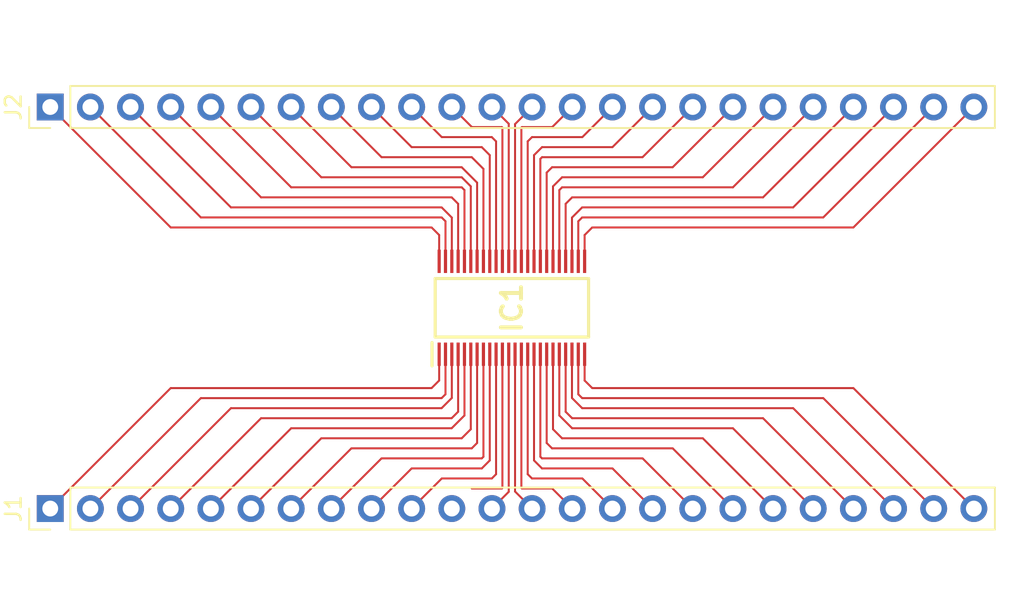
<source format=kicad_pcb>
(kicad_pcb (version 20211014) (generator pcbnew)
  (layers (0 "F.Cu" signal) (31 "B.Cu" signal) (34 "B.Paste" user) (35 "F.Paste" user) (36 "B.SilkS" user "B.Silkscreen") (37 "F.SilkS" user "F.Silkscreen") (38 "B.Mask" user) (39 "F.Mask" user) (44 "Edge.Cuts" user))
  (net 0 "")
  (net 1 "Net-(IC1-Pad1)")
  (net 2 "Net-(IC1-Pad2)")
  (net 3 "Net-(IC1-Pad3)")
  (net 4 "Net-(IC1-Pad4)")
  (net 5 "Net-(IC1-Pad5)")
  (net 6 "Net-(IC1-Pad6)")
  (net 7 "Net-(IC1-Pad7)")
  (net 8 "Net-(IC1-Pad8)")
  (net 9 "Net-(IC1-Pad9)")
  (net 10 "Net-(IC1-Pad10)")
  (net 11 "Net-(IC1-Pad11)")
  (net 12 "Net-(IC1-Pad12)")
  (net 13 "Net-(IC1-Pad13)")
  (net 14 "Net-(IC1-Pad14)")
  (net 15 "Net-(IC1-Pad15)")
  (net 16 "Net-(IC1-Pad16)")
  (net 17 "Net-(IC1-Pad17)")
  (net 18 "Net-(IC1-Pad18)")
  (net 19 "Net-(IC1-Pad19)")
  (net 20 "Net-(IC1-Pad20)")
  (net 21 "Net-(IC1-Pad21)")
  (net 22 "Net-(IC1-Pad22)")
  (net 23 "Net-(IC1-Pad23)")
  (net 24 "Net-(IC1-Pad24)")
  (net 25 "Net-(IC1-Pad25)")
  (net 26 "Net-(IC1-Pad26)")
  (net 27 "Net-(IC1-Pad27)")
  (net 28 "Net-(IC1-Pad28)")
  (net 29 "Net-(IC1-Pad29)")
  (net 30 "Net-(IC1-Pad30)")
  (net 31 "Net-(IC1-Pad31)")
  (net 32 "Net-(IC1-Pad32)")
  (net 33 "Net-(IC1-Pad33)")
  (net 34 "Net-(IC1-Pad34)")
  (net 35 "Net-(IC1-Pad35)")
  (net 36 "Net-(IC1-Pad36)")
  (net 37 "Net-(IC1-Pad37)")
  (net 38 "Net-(IC1-Pad38)")
  (net 39 "Net-(IC1-Pad39)")
  (net 40 "Net-(IC1-Pad40)")
  (net 41 "Net-(IC1-Pad41)")
  (net 42 "Net-(IC1-Pad42)")
  (net 43 "Net-(IC1-Pad43)")
  (net 44 "Net-(IC1-Pad44)")
  (net 45 "Net-(IC1-Pad45)")
  (net 46 "Net-(IC1-Pad46)")
  (net 47 "Net-(IC1-Pad47)")
  (net 48 "Net-(IC1-Pad48)")
  (footprint "Connector_PinHeader_2.54mm:PinHeader_1x24_P2.54mm_Vertical" (layer "F.Cu") (at 123.2 114.3 90)
    (fp_text reference "J1" (at 0 -2.33 90) (layer "F.SilkS"))
    (fp_text value "Conn_01x24_Male")
    (fp_line (start 1.33 1.27) (end 1.33 59.75) (layer "F.SilkS") (width 0.12))
    (fp_line (start -1.33 1.27) (end -1.33 59.75) (layer "F.SilkS") (width 0.12))
    (fp_line (start -1.33 59.75) (end 1.33 59.75) (layer "F.SilkS") (width 0.12))
    (fp_line (start -1.33 1.27) (end 1.33 1.27) (layer "F.SilkS") (width 0.12))
    (fp_line (start -1.33 -1.33) (end 0 -1.33) (layer "F.SilkS") (width 0.12))
    (fp_line (start -1.33 0) (end -1.33 -1.33) (layer "F.SilkS") (width 0.12))
    (pad "1" thru_hole rect (at 0 0 90) (size 1.7 1.7) (drill 1) (layers *.Cu *.Mask) (net 1 "Net-(IC1-Pad1)"))
    (pad "2" thru_hole oval (at 0 2.54 90) (size 1.7 1.7) (drill 1) (layers *.Cu *.Mask) (net 2 "Net-(IC1-Pad2)"))
    (pad "3" thru_hole oval (at 0 5.08 90) (size 1.7 1.7) (drill 1) (layers *.Cu *.Mask) (net 3 "Net-(IC1-Pad3)"))
    (pad "4" thru_hole oval (at 0 7.62 90) (size 1.7 1.7) (drill 1) (layers *.Cu *.Mask) (net 4 "Net-(IC1-Pad4)"))
    (pad "5" thru_hole oval (at 0 10.16 90) (size 1.7 1.7) (drill 1) (layers *.Cu *.Mask) (net 5 "Net-(IC1-Pad5)"))
    (pad "6" thru_hole oval (at 0 12.7 90) (size 1.7 1.7) (drill 1) (layers *.Cu *.Mask) (net 6 "Net-(IC1-Pad6)"))
    (pad "7" thru_hole oval (at 0 15.24 90) (size 1.7 1.7) (drill 1) (layers *.Cu *.Mask) (net 7 "Net-(IC1-Pad7)"))
    (pad "8" thru_hole oval (at 0 17.78 90) (size 1.7 1.7) (drill 1) (layers *.Cu *.Mask) (net 8 "Net-(IC1-Pad8)"))
    (pad "9" thru_hole oval (at 0 20.32 90) (size 1.7 1.7) (drill 1) (layers *.Cu *.Mask) (net 9 "Net-(IC1-Pad9)"))
    (pad "10" thru_hole oval (at 0 22.86 90) (size 1.7 1.7) (drill 1) (layers *.Cu *.Mask) (net 10 "Net-(IC1-Pad10)"))
    (pad "11" thru_hole oval (at 0 25.4 90) (size 1.7 1.7) (drill 1) (layers *.Cu *.Mask) (net 11 "Net-(IC1-Pad11)"))
    (pad "12" thru_hole oval (at 0 27.94 90) (size 1.7 1.7) (drill 1) (layers *.Cu *.Mask) (net 12 "Net-(IC1-Pad12)"))
    (pad "13" thru_hole oval (at 0 30.48 90) (size 1.7 1.7) (drill 1) (layers *.Cu *.Mask) (net 13 "Net-(IC1-Pad13)"))
    (pad "14" thru_hole oval (at 0 33.02 90) (size 1.7 1.7) (drill 1) (layers *.Cu *.Mask) (net 14 "Net-(IC1-Pad14)"))
    (pad "15" thru_hole oval (at 0 35.56 90) (size 1.7 1.7) (drill 1) (layers *.Cu *.Mask) (net 15 "Net-(IC1-Pad15)"))
    (pad "16" thru_hole oval (at 0 38.1 90) (size 1.7 1.7) (drill 1) (layers *.Cu *.Mask) (net 16 "Net-(IC1-Pad16)"))
    (pad "17" thru_hole oval (at 0 40.64 90) (size 1.7 1.7) (drill 1) (layers *.Cu *.Mask) (net 17 "Net-(IC1-Pad17)"))
    (pad "18" thru_hole oval (at 0 43.18 90) (size 1.7 1.7) (drill 1) (layers *.Cu *.Mask) (net 18 "Net-(IC1-Pad18)"))
    (pad "19" thru_hole oval (at 0 45.72 90) (size 1.7 1.7) (drill 1) (layers *.Cu *.Mask) (net 19 "Net-(IC1-Pad19)"))
    (pad "20" thru_hole oval (at 0 48.26 90) (size 1.7 1.7) (drill 1) (layers *.Cu *.Mask) (net 20 "Net-(IC1-Pad20)"))
    (pad "21" thru_hole oval (at 0 50.8 90) (size 1.7 1.7) (drill 1) (layers *.Cu *.Mask) (net 21 "Net-(IC1-Pad21)"))
    (pad "22" thru_hole oval (at 0 53.34 90) (size 1.7 1.7) (drill 1) (layers *.Cu *.Mask) (net 22 "Net-(IC1-Pad22)"))
    (pad "23" thru_hole oval (at 0 55.88 90) (size 1.7 1.7) (drill 1) (layers *.Cu *.Mask) (net 23 "Net-(IC1-Pad23)"))
    (pad "24" thru_hole oval (at 0 58.42 90) (size 1.7 1.7) (drill 1) (layers *.Cu *.Mask) (net 24 "Net-(IC1-Pad24)"))
  )
  (footprint "Connector_PinHeader_2.54mm:PinHeader_1x24_P2.54mm_Vertical" (layer "F.Cu") (at 123.2 88.9 90)
    (fp_text reference "J2" (at 0 -2.33 90) (layer "F.SilkS"))
    (fp_text value "Conn_01x24_Male")
    (fp_line (start -1.33 -1.33) (end 0 -1.33) (layer "F.SilkS") (width 0.12))
    (fp_line (start -1.33 1.27) (end -1.33 59.75) (layer "F.SilkS") (width 0.12))
    (fp_line (start 1.33 1.27) (end 1.33 59.75) (layer "F.SilkS") (width 0.12))
    (fp_line (start -1.33 59.75) (end 1.33 59.75) (layer "F.SilkS") (width 0.12))
    (fp_line (start -1.33 0) (end -1.33 -1.33) (layer "F.SilkS") (width 0.12))
    (fp_line (start -1.33 1.27) (end 1.33 1.27) (layer "F.SilkS") (width 0.12))
    (pad "1" thru_hole rect (at 0 0 90) (size 1.7 1.7) (drill 1) (layers *.Cu *.Mask) (net 48 "Net-(IC1-Pad48)"))
    (pad "2" thru_hole oval (at 0 2.54 90) (size 1.7 1.7) (drill 1) (layers *.Cu *.Mask) (net 47 "Net-(IC1-Pad47)"))
    (pad "3" thru_hole oval (at 0 5.08 90) (size 1.7 1.7) (drill 1) (layers *.Cu *.Mask) (net 46 "Net-(IC1-Pad46)"))
    (pad "4" thru_hole oval (at 0 7.62 90) (size 1.7 1.7) (drill 1) (layers *.Cu *.Mask) (net 45 "Net-(IC1-Pad45)"))
    (pad "5" thru_hole oval (at 0 10.16 90) (size 1.7 1.7) (drill 1) (layers *.Cu *.Mask) (net 44 "Net-(IC1-Pad44)"))
    (pad "6" thru_hole oval (at 0 12.7 90) (size 1.7 1.7) (drill 1) (layers *.Cu *.Mask) (net 43 "Net-(IC1-Pad43)"))
    (pad "7" thru_hole oval (at 0 15.24 90) (size 1.7 1.7) (drill 1) (layers *.Cu *.Mask) (net 42 "Net-(IC1-Pad42)"))
    (pad "8" thru_hole oval (at 0 17.78 90) (size 1.7 1.7) (drill 1) (layers *.Cu *.Mask) (net 41 "Net-(IC1-Pad41)"))
    (pad "9" thru_hole oval (at 0 20.32 90) (size 1.7 1.7) (drill 1) (layers *.Cu *.Mask) (net 40 "Net-(IC1-Pad40)"))
    (pad "10" thru_hole oval (at 0 22.86 90) (size 1.7 1.7) (drill 1) (layers *.Cu *.Mask) (net 39 "Net-(IC1-Pad39)"))
    (pad "11" thru_hole oval (at 0 25.4 90) (size 1.7 1.7) (drill 1) (layers *.Cu *.Mask) (net 38 "Net-(IC1-Pad38)"))
    (pad "12" thru_hole oval (at 0 27.94 90) (size 1.7 1.7) (drill 1) (layers *.Cu *.Mask) (net 37 "Net-(IC1-Pad37)"))
    (pad "13" thru_hole oval (at 0 30.48 90) (size 1.7 1.7) (drill 1) (layers *.Cu *.Mask) (net 36 "Net-(IC1-Pad36)"))
    (pad "14" thru_hole oval (at 0 33.02 90) (size 1.7 1.7) (drill 1) (layers *.Cu *.Mask) (net 35 "Net-(IC1-Pad35)"))
    (pad "15" thru_hole oval (at 0 35.56 90) (size 1.7 1.7) (drill 1) (layers *.Cu *.Mask) (net 34 "Net-(IC1-Pad34)"))
    (pad "16" thru_hole oval (at 0 38.1 90) (size 1.7 1.7) (drill 1) (layers *.Cu *.Mask) (net 33 "Net-(IC1-Pad33)"))
    (pad "17" thru_hole oval (at 0 40.64 90) (size 1.7 1.7) (drill 1) (layers *.Cu *.Mask) (net 32 "Net-(IC1-Pad32)"))
    (pad "18" thru_hole oval (at 0 43.18 90) (size 1.7 1.7) (drill 1) (layers *.Cu *.Mask) (net 31 "Net-(IC1-Pad31)"))
    (pad "19" thru_hole oval (at 0 45.72 90) (size 1.7 1.7) (drill 1) (layers *.Cu *.Mask) (net 30 "Net-(IC1-Pad30)"))
    (pad "20" thru_hole oval (at 0 48.26 90) (size 1.7 1.7) (drill 1) (layers *.Cu *.Mask) (net 29 "Net-(IC1-Pad29)"))
    (pad "21" thru_hole oval (at 0 50.8 90) (size 1.7 1.7) (drill 1) (layers *.Cu *.Mask) (net 28 "Net-(IC1-Pad28)"))
    (pad "22" thru_hole oval (at 0 53.34 90) (size 1.7 1.7) (drill 1) (layers *.Cu *.Mask) (net 27 "Net-(IC1-Pad27)"))
    (pad "23" thru_hole oval (at 0 55.88 90) (size 1.7 1.7) (drill 1) (layers *.Cu *.Mask) (net 26 "Net-(IC1-Pad26)"))
    (pad "24" thru_hole oval (at 0 58.42 90) (size 1.7 1.7) (drill 1) (layers *.Cu *.Mask) (net 25 "Net-(IC1-Pad25)"))
  )
  (footprint "level_shifter:SOP40P640X120-48N" (layer "F.Cu") (at 152.4 101.6 90)
    (fp_text reference "IC1" (at 0 0 90) (layer "F.SilkS") (effects (font (size 1.27 1.27) (thickness 0.254))))
    (fp_text value "SN74AVCH16T245VR" hide)
    (fp_line (start 1.85 4.85) (end -1.85 4.85) (layer "F.SilkS") (width 0.2))
    (fp_line (start 1.85 -4.85) (end 1.85 4.85) (layer "F.SilkS") (width 0.2))
    (fp_line (start -1.85 -4.85) (end 1.85 -4.85) (layer "F.SilkS") (width 0.2))
    (fp_line (start -3.675 -5.05) (end -2.2 -5.05) (layer "F.SilkS") (width 0.2))
    (fp_line (start -1.85 4.85) (end -1.85 -4.85) (layer "F.SilkS") (width 0.2))
    (pad "1" smd rect locked (at -2.938 -4.6 180) (size 0.2 1.475) (layers "F.Cu" "F.Paste" "F.Mask") (net 1 "Net-(IC1-Pad1)"))
    (pad "2" smd rect locked (at -2.938 -4.2 180) (size 0.2 1.475) (layers "F.Cu" "F.Paste" "F.Mask") (net 2 "Net-(IC1-Pad2)"))
    (pad "3" smd rect locked (at -2.938 -3.8 180) (size 0.2 1.475) (layers "F.Cu" "F.Paste" "F.Mask") (net 3 "Net-(IC1-Pad3)"))
    (pad "4" smd rect locked (at -2.938 -3.4 180) (size 0.2 1.475) (layers "F.Cu" "F.Paste" "F.Mask") (net 4 "Net-(IC1-Pad4)"))
    (pad "5" smd rect locked (at -2.938 -3 180) (size 0.2 1.475) (layers "F.Cu" "F.Paste" "F.Mask") (net 5 "Net-(IC1-Pad5)"))
    (pad "6" smd rect locked (at -2.938 -2.6 180) (size 0.2 1.475) (layers "F.Cu" "F.Paste" "F.Mask") (net 6 "Net-(IC1-Pad6)"))
    (pad "7" smd rect locked (at -2.938 -2.2 180) (size 0.2 1.475) (layers "F.Cu" "F.Paste" "F.Mask") (net 7 "Net-(IC1-Pad7)"))
    (pad "8" smd rect locked (at -2.938 -1.8 180) (size 0.2 1.475) (layers "F.Cu" "F.Paste" "F.Mask") (net 8 "Net-(IC1-Pad8)"))
    (pad "9" smd rect locked (at -2.938 -1.4 180) (size 0.2 1.475) (layers "F.Cu" "F.Paste" "F.Mask") (net 9 "Net-(IC1-Pad9)"))
    (pad "10" smd rect locked (at -2.938 -1 180) (size 0.2 1.475) (layers "F.Cu" "F.Paste" "F.Mask") (net 10 "Net-(IC1-Pad10)"))
    (pad "11" smd rect locked (at -2.938 -0.6 180) (size 0.2 1.475) (layers "F.Cu" "F.Paste" "F.Mask") (net 11 "Net-(IC1-Pad11)"))
    (pad "12" smd rect locked (at -2.938 -0.2 180) (size 0.2 1.475) (layers "F.Cu" "F.Paste" "F.Mask") (net 12 "Net-(IC1-Pad12)"))
    (pad "13" smd rect locked (at -2.938 0.2 180) (size 0.2 1.475) (layers "F.Cu" "F.Paste" "F.Mask") (net 13 "Net-(IC1-Pad13)"))
    (pad "14" smd rect locked (at -2.938 0.6 180) (size 0.2 1.475) (layers "F.Cu" "F.Paste" "F.Mask") (net 14 "Net-(IC1-Pad14)"))
    (pad "15" smd rect locked (at -2.938 1 180) (size 0.2 1.475) (layers "F.Cu" "F.Paste" "F.Mask") (net 15 "Net-(IC1-Pad15)"))
    (pad "16" smd rect locked (at -2.938 1.4 180) (size 0.2 1.475) (layers "F.Cu" "F.Paste" "F.Mask") (net 16 "Net-(IC1-Pad16)"))
    (pad "17" smd rect locked (at -2.938 1.8 180) (size 0.2 1.475) (layers "F.Cu" "F.Paste" "F.Mask") (net 17 "Net-(IC1-Pad17)"))
    (pad "18" smd rect locked (at -2.938 2.2 180) (size 0.2 1.475) (layers "F.Cu" "F.Paste" "F.Mask") (net 18 "Net-(IC1-Pad18)"))
    (pad "19" smd rect locked (at -2.938 2.6 180) (size 0.2 1.475) (layers "F.Cu" "F.Paste" "F.Mask") (net 19 "Net-(IC1-Pad19)"))
    (pad "20" smd rect locked (at -2.938 3 180) (size 0.2 1.475) (layers "F.Cu" "F.Paste" "F.Mask") (net 20 "Net-(IC1-Pad20)"))
    (pad "21" smd rect locked (at -2.938 3.4 180) (size 0.2 1.475) (layers "F.Cu" "F.Paste" "F.Mask") (net 21 "Net-(IC1-Pad21)"))
    (pad "22" smd rect locked (at -2.938 3.8 180) (size 0.2 1.475) (layers "F.Cu" "F.Paste" "F.Mask") (net 22 "Net-(IC1-Pad22)"))
    (pad "23" smd rect locked (at -2.938 4.2 180) (size 0.2 1.475) (layers "F.Cu" "F.Paste" "F.Mask") (net 23 "Net-(IC1-Pad23)"))
    (pad "24" smd rect locked (at -2.938 4.6 180) (size 0.2 1.475) (layers "F.Cu" "F.Paste" "F.Mask") (net 24 "Net-(IC1-Pad24)"))
    (pad "25" smd rect locked (at 2.938 4.6 180) (size 0.2 1.475) (layers "F.Cu" "F.Paste" "F.Mask") (net 25 "Net-(IC1-Pad25)"))
    (pad "26" smd rect locked (at 2.938 4.2 180) (size 0.2 1.475) (layers "F.Cu" "F.Paste" "F.Mask") (net 26 "Net-(IC1-Pad26)"))
    (pad "27" smd rect locked (at 2.938 3.8 180) (size 0.2 1.475) (layers "F.Cu" "F.Paste" "F.Mask") (net 27 "Net-(IC1-Pad27)"))
    (pad "28" smd rect locked (at 2.938 3.4 180) (size 0.2 1.475) (layers "F.Cu" "F.Paste" "F.Mask") (net 28 "Net-(IC1-Pad28)"))
    (pad "29" smd rect locked (at 2.938 3 180) (size 0.2 1.475) (layers "F.Cu" "F.Paste" "F.Mask") (net 29 "Net-(IC1-Pad29)"))
    (pad "30" smd rect locked (at 2.938 2.6 180) (size 0.2 1.475) (layers "F.Cu" "F.Paste" "F.Mask") (net 30 "Net-(IC1-Pad30)"))
    (pad "31" smd rect locked (at 2.938 2.2 180) (size 0.2 1.475) (layers "F.Cu" "F.Paste" "F.Mask") (net 31 "Net-(IC1-Pad31)"))
    (pad "32" smd rect locked (at 2.938 1.8 180) (size 0.2 1.475) (layers "F.Cu" "F.Paste" "F.Mask") (net 32 "Net-(IC1-Pad32)"))
    (pad "33" smd rect locked (at 2.938 1.4 180) (size 0.2 1.475) (layers "F.Cu" "F.Paste" "F.Mask") (net 33 "Net-(IC1-Pad33)"))
    (pad "34" smd rect locked (at 2.938 1 180) (size 0.2 1.475) (layers "F.Cu" "F.Paste" "F.Mask") (net 34 "Net-(IC1-Pad34)"))
    (pad "35" smd rect locked (at 2.938 0.6 180) (size 0.2 1.475) (layers "F.Cu" "F.Paste" "F.Mask") (net 35 "Net-(IC1-Pad35)"))
    (pad "36" smd rect locked (at 2.938 0.2 180) (size 0.2 1.475) (layers "F.Cu" "F.Paste" "F.Mask") (net 36 "Net-(IC1-Pad36)"))
    (pad "37" smd rect locked (at 2.938 -0.2 180) (size 0.2 1.475) (layers "F.Cu" "F.Paste" "F.Mask") (net 37 "Net-(IC1-Pad37)"))
    (pad "38" smd rect locked (at 2.938 -0.6 180) (size 0.2 1.475) (layers "F.Cu" "F.Paste" "F.Mask") (net 38 "Net-(IC1-Pad38)"))
    (pad "39" smd rect locked (at 2.938 -1 180) (size 0.2 1.475) (layers "F.Cu" "F.Paste" "F.Mask") (net 39 "Net-(IC1-Pad39)"))
    (pad "40" smd rect locked (at 2.938 -1.4 180) (size 0.2 1.475) (layers "F.Cu" "F.Paste" "F.Mask") (net 40 "Net-(IC1-Pad40)"))
    (pad "41" smd rect locked (at 2.938 -1.8 180) (size 0.2 1.475) (layers "F.Cu" "F.Paste" "F.Mask") (net 41 "Net-(IC1-Pad41)"))
    (pad "42" smd rect locked (at 2.938 -2.2 180) (size 0.2 1.475) (layers "F.Cu" "F.Paste" "F.Mask") (net 42 "Net-(IC1-Pad42)"))
    (pad "43" smd rect locked (at 2.938 -2.6 180) (size 0.2 1.475) (layers "F.Cu" "F.Paste" "F.Mask") (net 43 "Net-(IC1-Pad43)"))
    (pad "44" smd rect locked (at 2.938 -3 180) (size 0.2 1.475) (layers "F.Cu" "F.Paste" "F.Mask") (net 44 "Net-(IC1-Pad44)"))
    (pad "45" smd rect locked (at 2.938 -3.4 180) (size 0.2 1.475) (layers "F.Cu" "F.Paste" "F.Mask") (net 45 "Net-(IC1-Pad45)"))
    (pad "46" smd rect locked (at 2.938 -3.8 180) (size 0.2 1.475) (layers "F.Cu" "F.Paste" "F.Mask") (net 46 "Net-(IC1-Pad46)"))
    (pad "47" smd rect locked (at 2.938 -4.2 180) (size 0.2 1.475) (layers "F.Cu" "F.Paste" "F.Mask") (net 47 "Net-(IC1-Pad47)"))
    (pad "48" smd rect locked (at 2.938 -4.6 180) (size 0.2 1.475) (layers "F.Cu" "F.Paste" "F.Mask") (net 48 "Net-(IC1-Pad48)"))
  )
  (segment (start 147.8 104.538) (end 147.8 106.2) (width 0.125) (layer "F.Cu") (net 1))
  (segment (start 147.8 106.2) (end 147.32 106.68) (width 0.125) (layer "F.Cu") (net 1))
  (segment (start 147.32 106.68) (end 130.82 106.68) (width 0.125) (layer "F.Cu") (net 1))
  (segment (start 130.82 106.68) (end 123.2 114.3) (width 0.125) (layer "F.Cu") (net 1))
  (segment (start 148.2 107.07) (end 147.955 107.315) (width 0.125) (layer "F.Cu") (net 2))
  (segment (start 132.725 107.315) (end 125.74 114.3) (width 0.125) (layer "F.Cu") (net 2))
  (segment (start 147.955 107.315) (end 132.725 107.315) (width 0.125) (layer "F.Cu") (net 2))
  (segment (start 148.2 104.538) (end 148.2 107.07) (width 0.125) (layer "F.Cu") (net 2))
  (segment (start 148.6 104.538) (end 148.6 107.305) (width 0.125) (layer "F.Cu") (net 3))
  (segment (start 147.955 107.95) (end 134.63 107.95) (width 0.125) (layer "F.Cu") (net 3))
  (segment (start 134.63 107.95) (end 128.28 114.3) (width 0.125) (layer "F.Cu") (net 3))
  (segment (start 148.6 107.305) (end 147.955 107.95) (width 0.125) (layer "F.Cu") (net 3))
  (segment (start 149 108.175) (end 148.59 108.585) (width 0.125) (layer "F.Cu") (net 4))
  (segment (start 149 104.538) (end 149 108.175) (width 0.125) (layer "F.Cu") (net 4))
  (segment (start 148.59 108.585) (end 136.535 108.585) (width 0.125) (layer "F.Cu") (net 4))
  (segment (start 136.535 108.585) (end 130.82 114.3) (width 0.125) (layer "F.Cu") (net 4))
  (segment (start 149.4 108.41) (end 148.59 109.22) (width 0.125) (layer "F.Cu") (net 5))
  (segment (start 149.4 104.538) (end 149.4 108.41) (width 0.125) (layer "F.Cu") (net 5))
  (segment (start 148.59 109.22) (end 138.44 109.22) (width 0.125) (layer "F.Cu") (net 5))
  (segment (start 138.44 109.22) (end 133.36 114.3) (width 0.125) (layer "F.Cu") (net 5))
  (segment (start 140.345 109.855) (end 135.9 114.3) (width 0.125) (layer "F.Cu") (net 6))
  (segment (start 149.8 109.28) (end 149.225 109.855) (width 0.125) (layer "F.Cu") (net 6))
  (segment (start 149.225 109.855) (end 140.345 109.855) (width 0.125) (layer "F.Cu") (net 6))
  (segment (start 149.8 104.538) (end 149.8 109.28) (width 0.125) (layer "F.Cu") (net 6))
  (segment (start 149.86 110.49) (end 142.25 110.49) (width 0.125) (layer "F.Cu") (net 7))
  (segment (start 150.2 104.538) (end 150.2 110.15) (width 0.125) (layer "F.Cu") (net 7))
  (segment (start 142.25 110.49) (end 138.44 114.3) (width 0.125) (layer "F.Cu") (net 7))
  (segment (start 150.2 110.15) (end 149.86 110.49) (width 0.125) (layer "F.Cu") (net 7))
  (segment (start 150.495 111.125) (end 144.155 111.125) (width 0.125) (layer "F.Cu") (net 8))
  (segment (start 144.155 111.125) (end 140.98 114.3) (width 0.125) (layer "F.Cu") (net 8))
  (segment (start 150.6 111.02) (end 150.495 111.125) (width 0.125) (layer "F.Cu") (net 8))
  (segment (start 150.6 104.538) (end 150.6 111.02) (width 0.125) (layer "F.Cu") (net 8))
  (segment (start 150.495 111.76) (end 146.06 111.76) (width 0.125) (layer "F.Cu") (net 9))
  (segment (start 151 111.255) (end 150.495 111.76) (width 0.125) (layer "F.Cu") (net 9))
  (segment (start 146.06 111.76) (end 143.52 114.3) (width 0.125) (layer "F.Cu") (net 9))
  (segment (start 151 104.538) (end 151 111.255) (width 0.125) (layer "F.Cu") (net 9))
  (segment (start 151.4 104.538) (end 151.4 112.125) (width 0.125) (layer "F.Cu") (net 10))
  (segment (start 147.965 112.395) (end 146.06 114.3) (width 0.125) (layer "F.Cu") (net 10))
  (segment (start 151.4 112.125) (end 151.13 112.395) (width 0.125) (layer "F.Cu") (net 10))
  (segment (start 151.13 112.395) (end 147.965 112.395) (width 0.125) (layer "F.Cu") (net 10))
  (segment (start 151.8 112.995) (end 151.765 113.03) (width 0.125) (layer "F.Cu") (net 11))
  (segment (start 151.8 104.538) (end 151.8 112.995) (width 0.125) (layer "F.Cu") (net 11))
  (segment (start 151.765 113.03) (end 149.86 113.03) (width 0.125) (layer "F.Cu") (net 11))
  (segment (start 152.2 104.538) (end 152.2 113.24) (width 0.125) (layer "F.Cu") (net 12))
  (segment (start 152.2 113.24) (end 151.14 114.3) (width 0.125) (layer "F.Cu") (net 12))
  (segment (start 152.6 104.538) (end 152.6 113.22) (width 0.125) (layer "F.Cu") (net 13))
  (segment (start 152.6 113.22) (end 153.68 114.3) (width 0.125) (layer "F.Cu") (net 13))
  (segment (start 153 112.995) (end 153.035 113.03) (width 0.125) (layer "F.Cu") (net 14))
  (segment (start 154.95 113.03) (end 156.22 114.3) (width 0.125) (layer "F.Cu") (net 14))
  (segment (start 153 104.538) (end 153 112.995) (width 0.125) (layer "F.Cu") (net 14))
  (segment (start 153.035 113.03) (end 154.95 113.03) (width 0.125) (layer "F.Cu") (net 14))
  (segment (start 153.4 104.538) (end 153.4 112.125) (width 0.125) (layer "F.Cu") (net 15))
  (segment (start 153.67 112.395) (end 156.855 112.395) (width 0.125) (layer "F.Cu") (net 15))
  (segment (start 156.855 112.395) (end 158.76 114.3) (width 0.125) (layer "F.Cu") (net 15))
  (segment (start 153.4 112.125) (end 153.67 112.395) (width 0.125) (layer "F.Cu") (net 15))
  (segment (start 158.76 111.76) (end 161.3 114.3) (width 0.125) (layer "F.Cu") (net 16))
  (segment (start 153.8 111.255) (end 154.305 111.76) (width 0.125) (layer "F.Cu") (net 16))
  (segment (start 154.305 111.76) (end 158.76 111.76) (width 0.125) (layer "F.Cu") (net 16))
  (segment (start 153.8 104.538) (end 153.8 111.255) (width 0.125) (layer "F.Cu") (net 16))
  (segment (start 154.2 111.02) (end 154.305 111.125) (width 0.125) (layer "F.Cu") (net 17))
  (segment (start 160.665 111.125) (end 163.84 114.3) (width 0.125) (layer "F.Cu") (net 17))
  (segment (start 154.305 111.125) (end 160.665 111.125) (width 0.125) (layer "F.Cu") (net 17))
  (segment (start 154.2 104.538) (end 154.2 111.02) (width 0.125) (layer "F.Cu") (net 17))
  (segment (start 154.94 110.49) (end 162.57 110.49) (width 0.125) (layer "F.Cu") (net 18))
  (segment (start 154.6 104.538) (end 154.6 110.15) (width 0.125) (layer "F.Cu") (net 18))
  (segment (start 162.57 110.49) (end 166.38 114.3) (width 0.125) (layer "F.Cu") (net 18))
  (segment (start 154.6 110.15) (end 154.94 110.49) (width 0.125) (layer "F.Cu") (net 18))
  (segment (start 164.475 109.855) (end 168.92 114.3) (width 0.125) (layer "F.Cu") (net 19))
  (segment (start 155.575 109.855) (end 164.475 109.855) (width 0.125) (layer "F.Cu") (net 19))
  (segment (start 155 104.538) (end 155 109.28) (width 0.125) (layer "F.Cu") (net 19))
  (segment (start 155 109.28) (end 155.575 109.855) (width 0.125) (layer "F.Cu") (net 19))
  (segment (start 155.4 104.538) (end 155.4 108.41) (width 0.125) (layer "F.Cu") (net 20))
  (segment (start 155.4 108.41) (end 156.21 109.22) (width 0.125) (layer "F.Cu") (net 20))
  (segment (start 166.38 109.22) (end 171.46 114.3) (width 0.125) (layer "F.Cu") (net 20))
  (segment (start 156.21 109.22) (end 166.38 109.22) (width 0.125) (layer "F.Cu") (net 20))
  (segment (start 155.8 104.538) (end 155.8 108.175) (width 0.125) (layer "F.Cu") (net 21))
  (segment (start 156.21 108.585) (end 168.285 108.585) (width 0.125) (layer "F.Cu") (net 21))
  (segment (start 168.285 108.585) (end 174 114.3) (width 0.125) (layer "F.Cu") (net 21))
  (segment (start 155.8 108.175) (end 156.21 108.585) (width 0.125) (layer "F.Cu") (net 21))
  (segment (start 156.2 107.305) (end 156.845 107.95) (width 0.125) (layer "F.Cu") (net 22))
  (segment (start 156.2 104.538) (end 156.2 107.305) (width 0.125) (layer "F.Cu") (net 22))
  (segment (start 156.845 107.95) (end 170.19 107.95) (width 0.125) (layer "F.Cu") (net 22))
  (segment (start 170.19 107.95) (end 176.54 114.3) (width 0.125) (layer "F.Cu") (net 22))
  (segment (start 156.6 107.07) (end 156.845 107.315) (width 0.125) (layer "F.Cu") (net 23))
  (segment (start 156.6 104.538) (end 156.6 107.07) (width 0.125) (layer "F.Cu") (net 23))
  (segment (start 172.095 107.315) (end 179.08 114.3) (width 0.125) (layer "F.Cu") (net 23))
  (segment (start 156.845 107.315) (end 172.095 107.315) (width 0.125) (layer "F.Cu") (net 23))
  (segment (start 174 106.68) (end 181.62 114.3) (width 0.125) (layer "F.Cu") (net 24))
  (segment (start 157.48 106.68) (end 174 106.68) (width 0.125) (layer "F.Cu") (net 24))
  (segment (start 157 106.2) (end 157.48 106.68) (width 0.125) (layer "F.Cu") (net 24))
  (segment (start 157 104.538) (end 157 106.2) (width 0.125) (layer "F.Cu") (net 24))
  (segment (start 174 96.52) (end 181.62 88.9) (width 0.125) (layer "F.Cu") (net 25))
  (segment (start 157 98.662) (end 157 97) (width 0.125) (layer "F.Cu") (net 25))
  (segment (start 157 97) (end 157.48 96.52) (width 0.125) (layer "F.Cu") (net 25))
  (segment (start 157.48 96.52) (end 174 96.52) (width 0.125) (layer "F.Cu") (net 25))
  (segment (start 156.6 98.662) (end 156.6 96.13) (width 0.125) (layer "F.Cu") (net 26))
  (segment (start 172.095 95.885) (end 179.08 88.9) (width 0.125) (layer "F.Cu") (net 26))
  (segment (start 156.845 95.885) (end 172.095 95.885) (width 0.125) (layer "F.Cu") (net 26))
  (segment (start 156.6 96.13) (end 156.845 95.885) (width 0.125) (layer "F.Cu") (net 26))
  (segment (start 170.19 95.25) (end 176.54 88.9) (width 0.125) (layer "F.Cu") (net 27))
  (segment (start 156.845 95.25) (end 170.19 95.25) (width 0.125) (layer "F.Cu") (net 27))
  (segment (start 156.2 98.662) (end 156.2 95.895) (width 0.125) (layer "F.Cu") (net 27))
  (segment (start 156.2 95.895) (end 156.845 95.25) (width 0.125) (layer "F.Cu") (net 27))
  (segment (start 155.8 98.662) (end 155.8 95.025) (width 0.125) (layer "F.Cu") (net 28))
  (segment (start 155.8 95.025) (end 156.21 94.615) (width 0.125) (layer "F.Cu") (net 28))
  (segment (start 156.21 94.615) (end 168.285 94.615) (width 0.125) (layer "F.Cu") (net 28))
  (segment (start 168.285 94.615) (end 174 88.9) (width 0.125) (layer "F.Cu") (net 28))
  (segment (start 155.575 93.98) (end 166.38 93.98) (width 0.125) (layer "F.Cu") (net 29))
  (segment (start 155.4 94.155) (end 155.575 93.98) (width 0.125) (layer "F.Cu") (net 29))
  (segment (start 155.4 98.662) (end 155.4 94.155) (width 0.125) (layer "F.Cu") (net 29))
  (segment (start 166.38 93.98) (end 171.46 88.9) (width 0.125) (layer "F.Cu") (net 29))
  (segment (start 155 98.662) (end 155 93.92) (width 0.125) (layer "F.Cu") (net 30))
  (segment (start 155.575 93.345) (end 164.475 93.345) (width 0.125) (layer "F.Cu") (net 30))
  (segment (start 155 93.92) (end 155.575 93.345) (width 0.125) (layer "F.Cu") (net 30))
  (segment (start 164.475 93.345) (end 168.92 88.9) (width 0.125) (layer "F.Cu") (net 30))
  (segment (start 162.57 92.71) (end 166.38 88.9) (width 0.125) (layer "F.Cu") (net 31))
  (segment (start 154.94 92.71) (end 162.57 92.71) (width 0.125) (layer "F.Cu") (net 31))
  (segment (start 154.6 98.662) (end 154.6 93.05) (width 0.125) (layer "F.Cu") (net 31))
  (segment (start 154.6 93.05) (end 154.94 92.71) (width 0.125) (layer "F.Cu") (net 31))
  (segment (start 154.2 98.662) (end 154.2 92.18) (width 0.125) (layer "F.Cu") (net 32))
  (segment (start 154.305 92.075) (end 160.665 92.075) (width 0.125) (layer "F.Cu") (net 32))
  (segment (start 154.2 92.18) (end 154.305 92.075) (width 0.125) (layer "F.Cu") (net 32))
  (segment (start 160.665 92.075) (end 163.84 88.9) (width 0.125) (layer "F.Cu") (net 32))
  (segment (start 154.305 91.44) (end 158.76 91.44) (width 0.125) (layer "F.Cu") (net 33))
  (segment (start 153.8 91.945) (end 154.305 91.44) (width 0.125) (layer "F.Cu") (net 33))
  (segment (start 158.76 91.44) (end 161.3 88.9) (width 0.125) (layer "F.Cu") (net 33))
  (segment (start 153.8 98.662) (end 153.8 91.945) (width 0.125) (layer "F.Cu") (net 33))
  (segment (start 153.4 91.075) (end 153.67 90.805) (width 0.125) (layer "F.Cu") (net 34))
  (segment (start 153.67 90.805) (end 156.855 90.805) (width 0.125) (layer "F.Cu") (net 34))
  (segment (start 153.4 98.662) (end 153.4 91.075) (width 0.125) (layer "F.Cu") (net 34))
  (segment (start 156.855 90.805) (end 158.76 88.9) (width 0.125) (layer "F.Cu") (net 34))
  (segment (start 154.95 90.17) (end 156.22 88.9) (width 0.125) (layer "F.Cu") (net 35))
  (segment (start 153 98.662) (end 153 90.205) (width 0.125) (layer "F.Cu") (net 35))
  (segment (start 153.035 90.17) (end 154.95 90.17) (width 0.125) (layer "F.Cu") (net 35))
  (segment (start 153 90.205) (end 153.035 90.17) (width 0.125) (layer "F.Cu") (net 35))
  (segment (start 152.6 98.662) (end 152.6 89.98) (width 0.125) (layer "F.Cu") (net 36))
  (segment (start 152.6 89.98) (end 153.68 88.9) (width 0.125) (layer "F.Cu") (net 36))
  (segment (start 152.2 89.96) (end 151.14 88.9) (width 0.125) (layer "F.Cu") (net 37))
  (segment (start 152.2 98.662) (end 152.2 89.96) (width 0.125) (layer "F.Cu") (net 37))
  (segment (start 151.8 98.662) (end 151.8 90.205) (width 0.125) (layer "F.Cu") (net 38))
  (segment (start 151.8 90.205) (end 151.765 90.17) (width 0.125) (layer "F.Cu") (net 38))
  (segment (start 149.86 90.16) (end 148.6 88.9) (width 0.125) (layer "F.Cu") (net 38))
  (segment (start 149.86 90.17) (end 149.86 90.16) (width 0.125) (layer "F.Cu") (net 38))
  (segment (start 151.765 90.17) (end 149.86 90.17) (width 0.125) (layer "F.Cu") (net 38))
  (segment (start 147.965 90.805) (end 146.06 88.9) (width 0.125) (layer "F.Cu") (net 39))
  (segment (start 151.13 90.805) (end 147.965 90.805) (width 0.125) (layer "F.Cu") (net 39))
  (segment (start 151.4 98.662) (end 151.4 91.075) (width 0.125) (layer "F.Cu") (net 39))
  (segment (start 151.4 91.075) (end 151.13 90.805) (width 0.125) (layer "F.Cu") (net 39))
  (segment (start 146.06 91.44) (end 143.52 88.9) (width 0.125) (layer "F.Cu") (net 40))
  (segment (start 150.495 91.44) (end 146.06 91.44) (width 0.125) (layer "F.Cu") (net 40))
  (segment (start 151 91.945) (end 150.495 91.44) (width 0.125) (layer "F.Cu") (net 40))
  (segment (start 151 98.662) (end 151 91.945) (width 0.125) (layer "F.Cu") (net 40))
  (segment (start 144.155 92.075) (end 140.98 88.9) (width 0.125) (layer "F.Cu") (net 41))
  (segment (start 149.86 92.075) (end 144.155 92.075) (width 0.125) (layer "F.Cu") (net 41))
  (segment (start 150.6 98.662) (end 150.6 92.815) (width 0.125) (layer "F.Cu") (net 41))
  (segment (start 150.6 92.815) (end 149.86 92.075) (width 0.125) (layer "F.Cu") (net 41))
  (segment (start 142.25 92.71) (end 138.44 88.9) (width 0.125) (layer "F.Cu") (net 42))
  (segment (start 149.225 92.71) (end 142.25 92.71) (width 0.125) (layer "F.Cu") (net 42))
  (segment (start 150.2 93.685) (end 149.225 92.71) (width 0.125) (layer "F.Cu") (net 42))
  (segment (start 150.2 98.662) (end 150.2 93.685) (width 0.125) (layer "F.Cu") (net 42))
  (segment (start 149.8 98.662) (end 149.8 93.92) (width 0.125) (layer "F.Cu") (net 43))
  (segment (start 140.345 93.345) (end 135.9 88.9) (width 0.125) (layer "F.Cu") (net 43))
  (segment (start 149.8 93.92) (end 149.225 93.345) (width 0.125) (layer "F.Cu") (net 43))
  (segment (start 149.225 93.345) (end 140.345 93.345) (width 0.125) (layer "F.Cu") (net 43))
  (segment (start 149.4 94.155) (end 149.225 93.98) (width 0.125) (layer "F.Cu") (net 44))
  (segment (start 149.4 98.662) (end 149.4 94.155) (width 0.125) (layer "F.Cu") (net 44))
  (segment (start 138.44 93.98) (end 133.36 88.9) (width 0.125) (layer "F.Cu") (net 44))
  (segment (start 149.225 93.98) (end 138.44 93.98) (width 0.125) (layer "F.Cu") (net 44))
  (segment (start 149 98.662) (end 149 95.025) (width 0.125) (layer "F.Cu") (net 45))
  (segment (start 149 95.025) (end 148.59 94.615) (width 0.125) (layer "F.Cu") (net 45))
  (segment (start 136.535 94.615) (end 130.82 88.9) (width 0.125) (layer "F.Cu") (net 45))
  (segment (start 148.59 94.615) (end 136.535 94.615) (width 0.125) (layer "F.Cu") (net 45))
  (segment (start 147.955 95.25) (end 134.63 95.25) (width 0.125) (layer "F.Cu") (net 46))
  (segment (start 148.6 95.895) (end 147.955 95.25) (width 0.125) (layer "F.Cu") (net 46))
  (segment (start 148.6 98.662) (end 148.6 95.895) (width 0.125) (layer "F.Cu") (net 46))
  (segment (start 134.63 95.25) (end 128.28 88.9) (width 0.125) (layer "F.Cu") (net 46))
  (segment (start 148.2 96.13) (end 147.955 95.885) (width 0.125) (layer "F.Cu") (net 47))
  (segment (start 132.725 95.885) (end 125.74 88.9) (width 0.125) (layer "F.Cu") (net 47))
  (segment (start 147.955 95.885) (end 132.725 95.885) (width 0.125) (layer "F.Cu") (net 47))
  (segment (start 148.2 98.662) (end 148.2 96.13) (width 0.125) (layer "F.Cu") (net 47))
  (segment (start 147.32 96.52) (end 130.82 96.52) (width 0.125) (layer "F.Cu") (net 48))
  (segment (start 130.82 96.52) (end 123.2 88.9) (width 0.125) (layer "F.Cu") (net 48))
  (segment (start 147.8 98.662) (end 147.8 97) (width 0.125) (layer "F.Cu") (net 48))
  (segment (start 147.8 97) (end 147.32 96.52) (width 0.125) (layer "F.Cu") (net 48))
)
</source>
